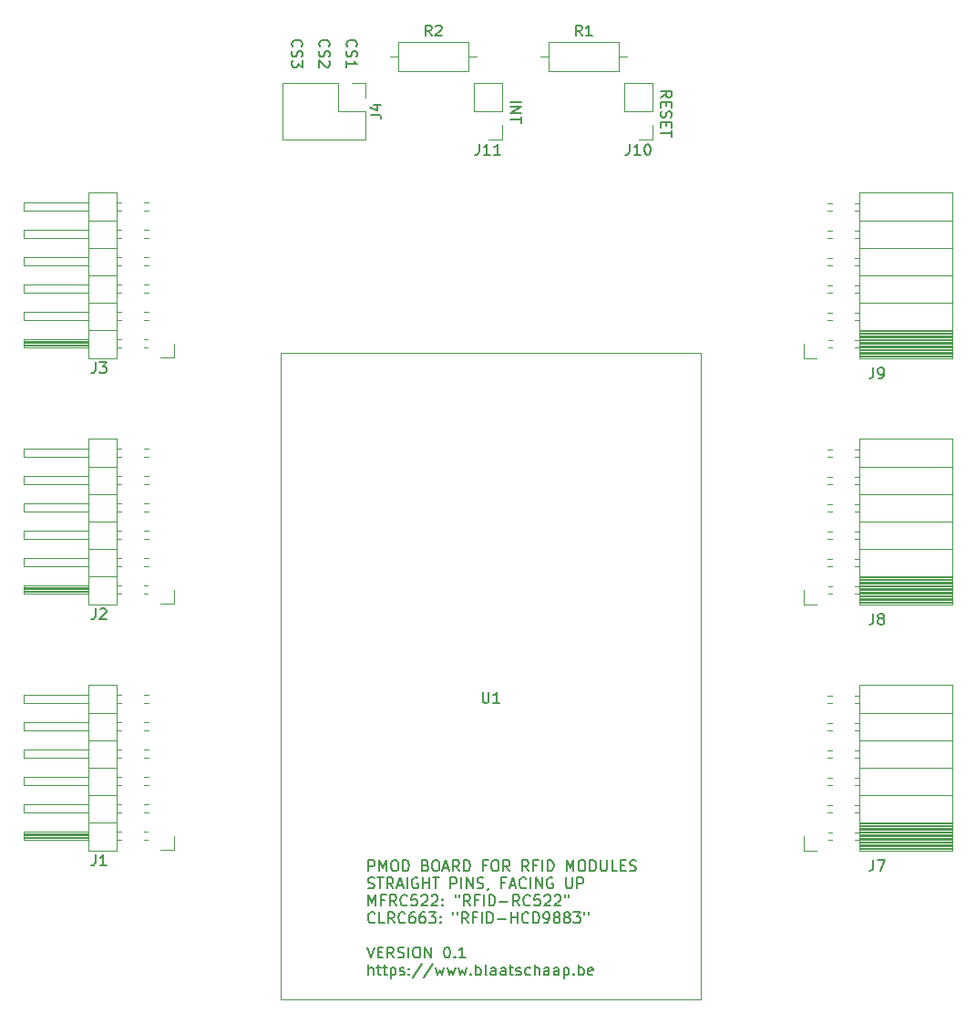
<source format=gbr>
%TF.GenerationSoftware,KiCad,Pcbnew,(6.0.1)*%
%TF.CreationDate,2022-02-02T16:31:26+01:00*%
%TF.ProjectId,modules_board,6d6f6475-6c65-4735-9f62-6f6172642e6b,rev?*%
%TF.SameCoordinates,Original*%
%TF.FileFunction,Legend,Top*%
%TF.FilePolarity,Positive*%
%FSLAX46Y46*%
G04 Gerber Fmt 4.6, Leading zero omitted, Abs format (unit mm)*
G04 Created by KiCad (PCBNEW (6.0.1)) date 2022-02-02 16:31:26*
%MOMM*%
%LPD*%
G01*
G04 APERTURE LIST*
%ADD10C,0.150000*%
%ADD11C,0.120000*%
G04 APERTURE END LIST*
D10*
X80922857Y-46067261D02*
X80875238Y-46019642D01*
X80827619Y-45876785D01*
X80827619Y-45781547D01*
X80875238Y-45638690D01*
X80970476Y-45543452D01*
X81065714Y-45495833D01*
X81256190Y-45448214D01*
X81399047Y-45448214D01*
X81589523Y-45495833D01*
X81684761Y-45543452D01*
X81780000Y-45638690D01*
X81827619Y-45781547D01*
X81827619Y-45876785D01*
X81780000Y-46019642D01*
X81732380Y-46067261D01*
X80875238Y-46448214D02*
X80827619Y-46591071D01*
X80827619Y-46829166D01*
X80875238Y-46924404D01*
X80922857Y-46972023D01*
X81018095Y-47019642D01*
X81113333Y-47019642D01*
X81208571Y-46972023D01*
X81256190Y-46924404D01*
X81303809Y-46829166D01*
X81351428Y-46638690D01*
X81399047Y-46543452D01*
X81446666Y-46495833D01*
X81541904Y-46448214D01*
X81637142Y-46448214D01*
X81732380Y-46495833D01*
X81780000Y-46543452D01*
X81827619Y-46638690D01*
X81827619Y-46876785D01*
X81780000Y-47019642D01*
X80827619Y-47972023D02*
X80827619Y-47400595D01*
X80827619Y-47686309D02*
X81827619Y-47686309D01*
X81684761Y-47591071D01*
X81589523Y-47495833D01*
X81541904Y-47400595D01*
X78382857Y-46067261D02*
X78335238Y-46019642D01*
X78287619Y-45876785D01*
X78287619Y-45781547D01*
X78335238Y-45638690D01*
X78430476Y-45543452D01*
X78525714Y-45495833D01*
X78716190Y-45448214D01*
X78859047Y-45448214D01*
X79049523Y-45495833D01*
X79144761Y-45543452D01*
X79240000Y-45638690D01*
X79287619Y-45781547D01*
X79287619Y-45876785D01*
X79240000Y-46019642D01*
X79192380Y-46067261D01*
X78335238Y-46448214D02*
X78287619Y-46591071D01*
X78287619Y-46829166D01*
X78335238Y-46924404D01*
X78382857Y-46972023D01*
X78478095Y-47019642D01*
X78573333Y-47019642D01*
X78668571Y-46972023D01*
X78716190Y-46924404D01*
X78763809Y-46829166D01*
X78811428Y-46638690D01*
X78859047Y-46543452D01*
X78906666Y-46495833D01*
X79001904Y-46448214D01*
X79097142Y-46448214D01*
X79192380Y-46495833D01*
X79240000Y-46543452D01*
X79287619Y-46638690D01*
X79287619Y-46876785D01*
X79240000Y-47019642D01*
X79192380Y-47400595D02*
X79240000Y-47448214D01*
X79287619Y-47543452D01*
X79287619Y-47781547D01*
X79240000Y-47876785D01*
X79192380Y-47924404D01*
X79097142Y-47972023D01*
X79001904Y-47972023D01*
X78859047Y-47924404D01*
X78287619Y-47352976D01*
X78287619Y-47972023D01*
X82885595Y-122622380D02*
X82885595Y-121622380D01*
X83266547Y-121622380D01*
X83361785Y-121670000D01*
X83409404Y-121717619D01*
X83457023Y-121812857D01*
X83457023Y-121955714D01*
X83409404Y-122050952D01*
X83361785Y-122098571D01*
X83266547Y-122146190D01*
X82885595Y-122146190D01*
X83885595Y-122622380D02*
X83885595Y-121622380D01*
X84218928Y-122336666D01*
X84552261Y-121622380D01*
X84552261Y-122622380D01*
X85218928Y-121622380D02*
X85409404Y-121622380D01*
X85504642Y-121670000D01*
X85599880Y-121765238D01*
X85647500Y-121955714D01*
X85647500Y-122289047D01*
X85599880Y-122479523D01*
X85504642Y-122574761D01*
X85409404Y-122622380D01*
X85218928Y-122622380D01*
X85123690Y-122574761D01*
X85028452Y-122479523D01*
X84980833Y-122289047D01*
X84980833Y-121955714D01*
X85028452Y-121765238D01*
X85123690Y-121670000D01*
X85218928Y-121622380D01*
X86076071Y-122622380D02*
X86076071Y-121622380D01*
X86314166Y-121622380D01*
X86457023Y-121670000D01*
X86552261Y-121765238D01*
X86599880Y-121860476D01*
X86647500Y-122050952D01*
X86647500Y-122193809D01*
X86599880Y-122384285D01*
X86552261Y-122479523D01*
X86457023Y-122574761D01*
X86314166Y-122622380D01*
X86076071Y-122622380D01*
X88171309Y-122098571D02*
X88314166Y-122146190D01*
X88361785Y-122193809D01*
X88409404Y-122289047D01*
X88409404Y-122431904D01*
X88361785Y-122527142D01*
X88314166Y-122574761D01*
X88218928Y-122622380D01*
X87837976Y-122622380D01*
X87837976Y-121622380D01*
X88171309Y-121622380D01*
X88266547Y-121670000D01*
X88314166Y-121717619D01*
X88361785Y-121812857D01*
X88361785Y-121908095D01*
X88314166Y-122003333D01*
X88266547Y-122050952D01*
X88171309Y-122098571D01*
X87837976Y-122098571D01*
X89028452Y-121622380D02*
X89218928Y-121622380D01*
X89314166Y-121670000D01*
X89409404Y-121765238D01*
X89457023Y-121955714D01*
X89457023Y-122289047D01*
X89409404Y-122479523D01*
X89314166Y-122574761D01*
X89218928Y-122622380D01*
X89028452Y-122622380D01*
X88933214Y-122574761D01*
X88837976Y-122479523D01*
X88790357Y-122289047D01*
X88790357Y-121955714D01*
X88837976Y-121765238D01*
X88933214Y-121670000D01*
X89028452Y-121622380D01*
X89837976Y-122336666D02*
X90314166Y-122336666D01*
X89742738Y-122622380D02*
X90076071Y-121622380D01*
X90409404Y-122622380D01*
X91314166Y-122622380D02*
X90980833Y-122146190D01*
X90742738Y-122622380D02*
X90742738Y-121622380D01*
X91123690Y-121622380D01*
X91218928Y-121670000D01*
X91266547Y-121717619D01*
X91314166Y-121812857D01*
X91314166Y-121955714D01*
X91266547Y-122050952D01*
X91218928Y-122098571D01*
X91123690Y-122146190D01*
X90742738Y-122146190D01*
X91742738Y-122622380D02*
X91742738Y-121622380D01*
X91980833Y-121622380D01*
X92123690Y-121670000D01*
X92218928Y-121765238D01*
X92266547Y-121860476D01*
X92314166Y-122050952D01*
X92314166Y-122193809D01*
X92266547Y-122384285D01*
X92218928Y-122479523D01*
X92123690Y-122574761D01*
X91980833Y-122622380D01*
X91742738Y-122622380D01*
X93837976Y-122098571D02*
X93504642Y-122098571D01*
X93504642Y-122622380D02*
X93504642Y-121622380D01*
X93980833Y-121622380D01*
X94552261Y-121622380D02*
X94742738Y-121622380D01*
X94837976Y-121670000D01*
X94933214Y-121765238D01*
X94980833Y-121955714D01*
X94980833Y-122289047D01*
X94933214Y-122479523D01*
X94837976Y-122574761D01*
X94742738Y-122622380D01*
X94552261Y-122622380D01*
X94457023Y-122574761D01*
X94361785Y-122479523D01*
X94314166Y-122289047D01*
X94314166Y-121955714D01*
X94361785Y-121765238D01*
X94457023Y-121670000D01*
X94552261Y-121622380D01*
X95980833Y-122622380D02*
X95647500Y-122146190D01*
X95409404Y-122622380D02*
X95409404Y-121622380D01*
X95790357Y-121622380D01*
X95885595Y-121670000D01*
X95933214Y-121717619D01*
X95980833Y-121812857D01*
X95980833Y-121955714D01*
X95933214Y-122050952D01*
X95885595Y-122098571D01*
X95790357Y-122146190D01*
X95409404Y-122146190D01*
X97742738Y-122622380D02*
X97409404Y-122146190D01*
X97171309Y-122622380D02*
X97171309Y-121622380D01*
X97552261Y-121622380D01*
X97647500Y-121670000D01*
X97695119Y-121717619D01*
X97742738Y-121812857D01*
X97742738Y-121955714D01*
X97695119Y-122050952D01*
X97647500Y-122098571D01*
X97552261Y-122146190D01*
X97171309Y-122146190D01*
X98504642Y-122098571D02*
X98171309Y-122098571D01*
X98171309Y-122622380D02*
X98171309Y-121622380D01*
X98647500Y-121622380D01*
X99028452Y-122622380D02*
X99028452Y-121622380D01*
X99504642Y-122622380D02*
X99504642Y-121622380D01*
X99742738Y-121622380D01*
X99885595Y-121670000D01*
X99980833Y-121765238D01*
X100028452Y-121860476D01*
X100076071Y-122050952D01*
X100076071Y-122193809D01*
X100028452Y-122384285D01*
X99980833Y-122479523D01*
X99885595Y-122574761D01*
X99742738Y-122622380D01*
X99504642Y-122622380D01*
X101266547Y-122622380D02*
X101266547Y-121622380D01*
X101599880Y-122336666D01*
X101933214Y-121622380D01*
X101933214Y-122622380D01*
X102599880Y-121622380D02*
X102790357Y-121622380D01*
X102885595Y-121670000D01*
X102980833Y-121765238D01*
X103028452Y-121955714D01*
X103028452Y-122289047D01*
X102980833Y-122479523D01*
X102885595Y-122574761D01*
X102790357Y-122622380D01*
X102599880Y-122622380D01*
X102504642Y-122574761D01*
X102409404Y-122479523D01*
X102361785Y-122289047D01*
X102361785Y-121955714D01*
X102409404Y-121765238D01*
X102504642Y-121670000D01*
X102599880Y-121622380D01*
X103457023Y-122622380D02*
X103457023Y-121622380D01*
X103695119Y-121622380D01*
X103837976Y-121670000D01*
X103933214Y-121765238D01*
X103980833Y-121860476D01*
X104028452Y-122050952D01*
X104028452Y-122193809D01*
X103980833Y-122384285D01*
X103933214Y-122479523D01*
X103837976Y-122574761D01*
X103695119Y-122622380D01*
X103457023Y-122622380D01*
X104457023Y-121622380D02*
X104457023Y-122431904D01*
X104504642Y-122527142D01*
X104552261Y-122574761D01*
X104647500Y-122622380D01*
X104837976Y-122622380D01*
X104933214Y-122574761D01*
X104980833Y-122527142D01*
X105028452Y-122431904D01*
X105028452Y-121622380D01*
X105980833Y-122622380D02*
X105504642Y-122622380D01*
X105504642Y-121622380D01*
X106314166Y-122098571D02*
X106647500Y-122098571D01*
X106790357Y-122622380D02*
X106314166Y-122622380D01*
X106314166Y-121622380D01*
X106790357Y-121622380D01*
X107171309Y-122574761D02*
X107314166Y-122622380D01*
X107552261Y-122622380D01*
X107647500Y-122574761D01*
X107695119Y-122527142D01*
X107742738Y-122431904D01*
X107742738Y-122336666D01*
X107695119Y-122241428D01*
X107647500Y-122193809D01*
X107552261Y-122146190D01*
X107361785Y-122098571D01*
X107266547Y-122050952D01*
X107218928Y-122003333D01*
X107171309Y-121908095D01*
X107171309Y-121812857D01*
X107218928Y-121717619D01*
X107266547Y-121670000D01*
X107361785Y-121622380D01*
X107599880Y-121622380D01*
X107742738Y-121670000D01*
X82837976Y-124184761D02*
X82980833Y-124232380D01*
X83218928Y-124232380D01*
X83314166Y-124184761D01*
X83361785Y-124137142D01*
X83409404Y-124041904D01*
X83409404Y-123946666D01*
X83361785Y-123851428D01*
X83314166Y-123803809D01*
X83218928Y-123756190D01*
X83028452Y-123708571D01*
X82933214Y-123660952D01*
X82885595Y-123613333D01*
X82837976Y-123518095D01*
X82837976Y-123422857D01*
X82885595Y-123327619D01*
X82933214Y-123280000D01*
X83028452Y-123232380D01*
X83266547Y-123232380D01*
X83409404Y-123280000D01*
X83695119Y-123232380D02*
X84266547Y-123232380D01*
X83980833Y-124232380D02*
X83980833Y-123232380D01*
X85171309Y-124232380D02*
X84837976Y-123756190D01*
X84599880Y-124232380D02*
X84599880Y-123232380D01*
X84980833Y-123232380D01*
X85076071Y-123280000D01*
X85123690Y-123327619D01*
X85171309Y-123422857D01*
X85171309Y-123565714D01*
X85123690Y-123660952D01*
X85076071Y-123708571D01*
X84980833Y-123756190D01*
X84599880Y-123756190D01*
X85552261Y-123946666D02*
X86028452Y-123946666D01*
X85457023Y-124232380D02*
X85790357Y-123232380D01*
X86123690Y-124232380D01*
X86457023Y-124232380D02*
X86457023Y-123232380D01*
X87457023Y-123280000D02*
X87361785Y-123232380D01*
X87218928Y-123232380D01*
X87076071Y-123280000D01*
X86980833Y-123375238D01*
X86933214Y-123470476D01*
X86885595Y-123660952D01*
X86885595Y-123803809D01*
X86933214Y-123994285D01*
X86980833Y-124089523D01*
X87076071Y-124184761D01*
X87218928Y-124232380D01*
X87314166Y-124232380D01*
X87457023Y-124184761D01*
X87504642Y-124137142D01*
X87504642Y-123803809D01*
X87314166Y-123803809D01*
X87933214Y-124232380D02*
X87933214Y-123232380D01*
X87933214Y-123708571D02*
X88504642Y-123708571D01*
X88504642Y-124232380D02*
X88504642Y-123232380D01*
X88837976Y-123232380D02*
X89409404Y-123232380D01*
X89123690Y-124232380D02*
X89123690Y-123232380D01*
X90504642Y-124232380D02*
X90504642Y-123232380D01*
X90885595Y-123232380D01*
X90980833Y-123280000D01*
X91028452Y-123327619D01*
X91076071Y-123422857D01*
X91076071Y-123565714D01*
X91028452Y-123660952D01*
X90980833Y-123708571D01*
X90885595Y-123756190D01*
X90504642Y-123756190D01*
X91504642Y-124232380D02*
X91504642Y-123232380D01*
X91980833Y-124232380D02*
X91980833Y-123232380D01*
X92552261Y-124232380D01*
X92552261Y-123232380D01*
X92980833Y-124184761D02*
X93123690Y-124232380D01*
X93361785Y-124232380D01*
X93457023Y-124184761D01*
X93504642Y-124137142D01*
X93552261Y-124041904D01*
X93552261Y-123946666D01*
X93504642Y-123851428D01*
X93457023Y-123803809D01*
X93361785Y-123756190D01*
X93171309Y-123708571D01*
X93076071Y-123660952D01*
X93028452Y-123613333D01*
X92980833Y-123518095D01*
X92980833Y-123422857D01*
X93028452Y-123327619D01*
X93076071Y-123280000D01*
X93171309Y-123232380D01*
X93409404Y-123232380D01*
X93552261Y-123280000D01*
X94028452Y-124184761D02*
X94028452Y-124232380D01*
X93980833Y-124327619D01*
X93933214Y-124375238D01*
X95552261Y-123708571D02*
X95218928Y-123708571D01*
X95218928Y-124232380D02*
X95218928Y-123232380D01*
X95695119Y-123232380D01*
X96028452Y-123946666D02*
X96504642Y-123946666D01*
X95933214Y-124232380D02*
X96266547Y-123232380D01*
X96599880Y-124232380D01*
X97504642Y-124137142D02*
X97457023Y-124184761D01*
X97314166Y-124232380D01*
X97218928Y-124232380D01*
X97076071Y-124184761D01*
X96980833Y-124089523D01*
X96933214Y-123994285D01*
X96885595Y-123803809D01*
X96885595Y-123660952D01*
X96933214Y-123470476D01*
X96980833Y-123375238D01*
X97076071Y-123280000D01*
X97218928Y-123232380D01*
X97314166Y-123232380D01*
X97457023Y-123280000D01*
X97504642Y-123327619D01*
X97933214Y-124232380D02*
X97933214Y-123232380D01*
X98409404Y-124232380D02*
X98409404Y-123232380D01*
X98980833Y-124232380D01*
X98980833Y-123232380D01*
X99980833Y-123280000D02*
X99885595Y-123232380D01*
X99742738Y-123232380D01*
X99599880Y-123280000D01*
X99504642Y-123375238D01*
X99457023Y-123470476D01*
X99409404Y-123660952D01*
X99409404Y-123803809D01*
X99457023Y-123994285D01*
X99504642Y-124089523D01*
X99599880Y-124184761D01*
X99742738Y-124232380D01*
X99837976Y-124232380D01*
X99980833Y-124184761D01*
X100028452Y-124137142D01*
X100028452Y-123803809D01*
X99837976Y-123803809D01*
X101218928Y-123232380D02*
X101218928Y-124041904D01*
X101266547Y-124137142D01*
X101314166Y-124184761D01*
X101409404Y-124232380D01*
X101599880Y-124232380D01*
X101695119Y-124184761D01*
X101742738Y-124137142D01*
X101790357Y-124041904D01*
X101790357Y-123232380D01*
X102266547Y-124232380D02*
X102266547Y-123232380D01*
X102647500Y-123232380D01*
X102742738Y-123280000D01*
X102790357Y-123327619D01*
X102837976Y-123422857D01*
X102837976Y-123565714D01*
X102790357Y-123660952D01*
X102742738Y-123708571D01*
X102647500Y-123756190D01*
X102266547Y-123756190D01*
X82885595Y-125842380D02*
X82885595Y-124842380D01*
X83218928Y-125556666D01*
X83552261Y-124842380D01*
X83552261Y-125842380D01*
X84361785Y-125318571D02*
X84028452Y-125318571D01*
X84028452Y-125842380D02*
X84028452Y-124842380D01*
X84504642Y-124842380D01*
X85457023Y-125842380D02*
X85123690Y-125366190D01*
X84885595Y-125842380D02*
X84885595Y-124842380D01*
X85266547Y-124842380D01*
X85361785Y-124890000D01*
X85409404Y-124937619D01*
X85457023Y-125032857D01*
X85457023Y-125175714D01*
X85409404Y-125270952D01*
X85361785Y-125318571D01*
X85266547Y-125366190D01*
X84885595Y-125366190D01*
X86457023Y-125747142D02*
X86409404Y-125794761D01*
X86266547Y-125842380D01*
X86171309Y-125842380D01*
X86028452Y-125794761D01*
X85933214Y-125699523D01*
X85885595Y-125604285D01*
X85837976Y-125413809D01*
X85837976Y-125270952D01*
X85885595Y-125080476D01*
X85933214Y-124985238D01*
X86028452Y-124890000D01*
X86171309Y-124842380D01*
X86266547Y-124842380D01*
X86409404Y-124890000D01*
X86457023Y-124937619D01*
X87361785Y-124842380D02*
X86885595Y-124842380D01*
X86837976Y-125318571D01*
X86885595Y-125270952D01*
X86980833Y-125223333D01*
X87218928Y-125223333D01*
X87314166Y-125270952D01*
X87361785Y-125318571D01*
X87409404Y-125413809D01*
X87409404Y-125651904D01*
X87361785Y-125747142D01*
X87314166Y-125794761D01*
X87218928Y-125842380D01*
X86980833Y-125842380D01*
X86885595Y-125794761D01*
X86837976Y-125747142D01*
X87790357Y-124937619D02*
X87837976Y-124890000D01*
X87933214Y-124842380D01*
X88171309Y-124842380D01*
X88266547Y-124890000D01*
X88314166Y-124937619D01*
X88361785Y-125032857D01*
X88361785Y-125128095D01*
X88314166Y-125270952D01*
X87742738Y-125842380D01*
X88361785Y-125842380D01*
X88742738Y-124937619D02*
X88790357Y-124890000D01*
X88885595Y-124842380D01*
X89123690Y-124842380D01*
X89218928Y-124890000D01*
X89266547Y-124937619D01*
X89314166Y-125032857D01*
X89314166Y-125128095D01*
X89266547Y-125270952D01*
X88695119Y-125842380D01*
X89314166Y-125842380D01*
X89742738Y-125747142D02*
X89790357Y-125794761D01*
X89742738Y-125842380D01*
X89695119Y-125794761D01*
X89742738Y-125747142D01*
X89742738Y-125842380D01*
X89742738Y-125223333D02*
X89790357Y-125270952D01*
X89742738Y-125318571D01*
X89695119Y-125270952D01*
X89742738Y-125223333D01*
X89742738Y-125318571D01*
X90933214Y-124842380D02*
X90933214Y-125032857D01*
X91314166Y-124842380D02*
X91314166Y-125032857D01*
X92314166Y-125842380D02*
X91980833Y-125366190D01*
X91742738Y-125842380D02*
X91742738Y-124842380D01*
X92123690Y-124842380D01*
X92218928Y-124890000D01*
X92266547Y-124937619D01*
X92314166Y-125032857D01*
X92314166Y-125175714D01*
X92266547Y-125270952D01*
X92218928Y-125318571D01*
X92123690Y-125366190D01*
X91742738Y-125366190D01*
X93076071Y-125318571D02*
X92742738Y-125318571D01*
X92742738Y-125842380D02*
X92742738Y-124842380D01*
X93218928Y-124842380D01*
X93599880Y-125842380D02*
X93599880Y-124842380D01*
X94076071Y-125842380D02*
X94076071Y-124842380D01*
X94314166Y-124842380D01*
X94457023Y-124890000D01*
X94552261Y-124985238D01*
X94599880Y-125080476D01*
X94647500Y-125270952D01*
X94647500Y-125413809D01*
X94599880Y-125604285D01*
X94552261Y-125699523D01*
X94457023Y-125794761D01*
X94314166Y-125842380D01*
X94076071Y-125842380D01*
X95076071Y-125461428D02*
X95837976Y-125461428D01*
X96885595Y-125842380D02*
X96552261Y-125366190D01*
X96314166Y-125842380D02*
X96314166Y-124842380D01*
X96695119Y-124842380D01*
X96790357Y-124890000D01*
X96837976Y-124937619D01*
X96885595Y-125032857D01*
X96885595Y-125175714D01*
X96837976Y-125270952D01*
X96790357Y-125318571D01*
X96695119Y-125366190D01*
X96314166Y-125366190D01*
X97885595Y-125747142D02*
X97837976Y-125794761D01*
X97695119Y-125842380D01*
X97599880Y-125842380D01*
X97457023Y-125794761D01*
X97361785Y-125699523D01*
X97314166Y-125604285D01*
X97266547Y-125413809D01*
X97266547Y-125270952D01*
X97314166Y-125080476D01*
X97361785Y-124985238D01*
X97457023Y-124890000D01*
X97599880Y-124842380D01*
X97695119Y-124842380D01*
X97837976Y-124890000D01*
X97885595Y-124937619D01*
X98790357Y-124842380D02*
X98314166Y-124842380D01*
X98266547Y-125318571D01*
X98314166Y-125270952D01*
X98409404Y-125223333D01*
X98647500Y-125223333D01*
X98742738Y-125270952D01*
X98790357Y-125318571D01*
X98837976Y-125413809D01*
X98837976Y-125651904D01*
X98790357Y-125747142D01*
X98742738Y-125794761D01*
X98647500Y-125842380D01*
X98409404Y-125842380D01*
X98314166Y-125794761D01*
X98266547Y-125747142D01*
X99218928Y-124937619D02*
X99266547Y-124890000D01*
X99361785Y-124842380D01*
X99599880Y-124842380D01*
X99695119Y-124890000D01*
X99742738Y-124937619D01*
X99790357Y-125032857D01*
X99790357Y-125128095D01*
X99742738Y-125270952D01*
X99171309Y-125842380D01*
X99790357Y-125842380D01*
X100171309Y-124937619D02*
X100218928Y-124890000D01*
X100314166Y-124842380D01*
X100552261Y-124842380D01*
X100647500Y-124890000D01*
X100695119Y-124937619D01*
X100742738Y-125032857D01*
X100742738Y-125128095D01*
X100695119Y-125270952D01*
X100123690Y-125842380D01*
X100742738Y-125842380D01*
X101123690Y-124842380D02*
X101123690Y-125032857D01*
X101504642Y-124842380D02*
X101504642Y-125032857D01*
X83457023Y-127357142D02*
X83409404Y-127404761D01*
X83266547Y-127452380D01*
X83171309Y-127452380D01*
X83028452Y-127404761D01*
X82933214Y-127309523D01*
X82885595Y-127214285D01*
X82837976Y-127023809D01*
X82837976Y-126880952D01*
X82885595Y-126690476D01*
X82933214Y-126595238D01*
X83028452Y-126500000D01*
X83171309Y-126452380D01*
X83266547Y-126452380D01*
X83409404Y-126500000D01*
X83457023Y-126547619D01*
X84361785Y-127452380D02*
X83885595Y-127452380D01*
X83885595Y-126452380D01*
X85266547Y-127452380D02*
X84933214Y-126976190D01*
X84695119Y-127452380D02*
X84695119Y-126452380D01*
X85076071Y-126452380D01*
X85171309Y-126500000D01*
X85218928Y-126547619D01*
X85266547Y-126642857D01*
X85266547Y-126785714D01*
X85218928Y-126880952D01*
X85171309Y-126928571D01*
X85076071Y-126976190D01*
X84695119Y-126976190D01*
X86266547Y-127357142D02*
X86218928Y-127404761D01*
X86076071Y-127452380D01*
X85980833Y-127452380D01*
X85837976Y-127404761D01*
X85742738Y-127309523D01*
X85695119Y-127214285D01*
X85647500Y-127023809D01*
X85647500Y-126880952D01*
X85695119Y-126690476D01*
X85742738Y-126595238D01*
X85837976Y-126500000D01*
X85980833Y-126452380D01*
X86076071Y-126452380D01*
X86218928Y-126500000D01*
X86266547Y-126547619D01*
X87123690Y-126452380D02*
X86933214Y-126452380D01*
X86837976Y-126500000D01*
X86790357Y-126547619D01*
X86695119Y-126690476D01*
X86647500Y-126880952D01*
X86647500Y-127261904D01*
X86695119Y-127357142D01*
X86742738Y-127404761D01*
X86837976Y-127452380D01*
X87028452Y-127452380D01*
X87123690Y-127404761D01*
X87171309Y-127357142D01*
X87218928Y-127261904D01*
X87218928Y-127023809D01*
X87171309Y-126928571D01*
X87123690Y-126880952D01*
X87028452Y-126833333D01*
X86837976Y-126833333D01*
X86742738Y-126880952D01*
X86695119Y-126928571D01*
X86647500Y-127023809D01*
X88076071Y-126452380D02*
X87885595Y-126452380D01*
X87790357Y-126500000D01*
X87742738Y-126547619D01*
X87647500Y-126690476D01*
X87599880Y-126880952D01*
X87599880Y-127261904D01*
X87647500Y-127357142D01*
X87695119Y-127404761D01*
X87790357Y-127452380D01*
X87980833Y-127452380D01*
X88076071Y-127404761D01*
X88123690Y-127357142D01*
X88171309Y-127261904D01*
X88171309Y-127023809D01*
X88123690Y-126928571D01*
X88076071Y-126880952D01*
X87980833Y-126833333D01*
X87790357Y-126833333D01*
X87695119Y-126880952D01*
X87647500Y-126928571D01*
X87599880Y-127023809D01*
X88504642Y-126452380D02*
X89123690Y-126452380D01*
X88790357Y-126833333D01*
X88933214Y-126833333D01*
X89028452Y-126880952D01*
X89076071Y-126928571D01*
X89123690Y-127023809D01*
X89123690Y-127261904D01*
X89076071Y-127357142D01*
X89028452Y-127404761D01*
X88933214Y-127452380D01*
X88647500Y-127452380D01*
X88552261Y-127404761D01*
X88504642Y-127357142D01*
X89552261Y-127357142D02*
X89599880Y-127404761D01*
X89552261Y-127452380D01*
X89504642Y-127404761D01*
X89552261Y-127357142D01*
X89552261Y-127452380D01*
X89552261Y-126833333D02*
X89599880Y-126880952D01*
X89552261Y-126928571D01*
X89504642Y-126880952D01*
X89552261Y-126833333D01*
X89552261Y-126928571D01*
X90742738Y-126452380D02*
X90742738Y-126642857D01*
X91123690Y-126452380D02*
X91123690Y-126642857D01*
X92123690Y-127452380D02*
X91790357Y-126976190D01*
X91552261Y-127452380D02*
X91552261Y-126452380D01*
X91933214Y-126452380D01*
X92028452Y-126500000D01*
X92076071Y-126547619D01*
X92123690Y-126642857D01*
X92123690Y-126785714D01*
X92076071Y-126880952D01*
X92028452Y-126928571D01*
X91933214Y-126976190D01*
X91552261Y-126976190D01*
X92885595Y-126928571D02*
X92552261Y-126928571D01*
X92552261Y-127452380D02*
X92552261Y-126452380D01*
X93028452Y-126452380D01*
X93409404Y-127452380D02*
X93409404Y-126452380D01*
X93885595Y-127452380D02*
X93885595Y-126452380D01*
X94123690Y-126452380D01*
X94266547Y-126500000D01*
X94361785Y-126595238D01*
X94409404Y-126690476D01*
X94457023Y-126880952D01*
X94457023Y-127023809D01*
X94409404Y-127214285D01*
X94361785Y-127309523D01*
X94266547Y-127404761D01*
X94123690Y-127452380D01*
X93885595Y-127452380D01*
X94885595Y-127071428D02*
X95647500Y-127071428D01*
X96123690Y-127452380D02*
X96123690Y-126452380D01*
X96123690Y-126928571D02*
X96695119Y-126928571D01*
X96695119Y-127452380D02*
X96695119Y-126452380D01*
X97742738Y-127357142D02*
X97695119Y-127404761D01*
X97552261Y-127452380D01*
X97457023Y-127452380D01*
X97314166Y-127404761D01*
X97218928Y-127309523D01*
X97171309Y-127214285D01*
X97123690Y-127023809D01*
X97123690Y-126880952D01*
X97171309Y-126690476D01*
X97218928Y-126595238D01*
X97314166Y-126500000D01*
X97457023Y-126452380D01*
X97552261Y-126452380D01*
X97695119Y-126500000D01*
X97742738Y-126547619D01*
X98171309Y-127452380D02*
X98171309Y-126452380D01*
X98409404Y-126452380D01*
X98552261Y-126500000D01*
X98647500Y-126595238D01*
X98695119Y-126690476D01*
X98742738Y-126880952D01*
X98742738Y-127023809D01*
X98695119Y-127214285D01*
X98647500Y-127309523D01*
X98552261Y-127404761D01*
X98409404Y-127452380D01*
X98171309Y-127452380D01*
X99218928Y-127452380D02*
X99409404Y-127452380D01*
X99504642Y-127404761D01*
X99552261Y-127357142D01*
X99647500Y-127214285D01*
X99695119Y-127023809D01*
X99695119Y-126642857D01*
X99647500Y-126547619D01*
X99599880Y-126500000D01*
X99504642Y-126452380D01*
X99314166Y-126452380D01*
X99218928Y-126500000D01*
X99171309Y-126547619D01*
X99123690Y-126642857D01*
X99123690Y-126880952D01*
X99171309Y-126976190D01*
X99218928Y-127023809D01*
X99314166Y-127071428D01*
X99504642Y-127071428D01*
X99599880Y-127023809D01*
X99647500Y-126976190D01*
X99695119Y-126880952D01*
X100266547Y-126880952D02*
X100171309Y-126833333D01*
X100123690Y-126785714D01*
X100076071Y-126690476D01*
X100076071Y-126642857D01*
X100123690Y-126547619D01*
X100171309Y-126500000D01*
X100266547Y-126452380D01*
X100457023Y-126452380D01*
X100552261Y-126500000D01*
X100599880Y-126547619D01*
X100647500Y-126642857D01*
X100647500Y-126690476D01*
X100599880Y-126785714D01*
X100552261Y-126833333D01*
X100457023Y-126880952D01*
X100266547Y-126880952D01*
X100171309Y-126928571D01*
X100123690Y-126976190D01*
X100076071Y-127071428D01*
X100076071Y-127261904D01*
X100123690Y-127357142D01*
X100171309Y-127404761D01*
X100266547Y-127452380D01*
X100457023Y-127452380D01*
X100552261Y-127404761D01*
X100599880Y-127357142D01*
X100647500Y-127261904D01*
X100647500Y-127071428D01*
X100599880Y-126976190D01*
X100552261Y-126928571D01*
X100457023Y-126880952D01*
X101218928Y-126880952D02*
X101123690Y-126833333D01*
X101076071Y-126785714D01*
X101028452Y-126690476D01*
X101028452Y-126642857D01*
X101076071Y-126547619D01*
X101123690Y-126500000D01*
X101218928Y-126452380D01*
X101409404Y-126452380D01*
X101504642Y-126500000D01*
X101552261Y-126547619D01*
X101599880Y-126642857D01*
X101599880Y-126690476D01*
X101552261Y-126785714D01*
X101504642Y-126833333D01*
X101409404Y-126880952D01*
X101218928Y-126880952D01*
X101123690Y-126928571D01*
X101076071Y-126976190D01*
X101028452Y-127071428D01*
X101028452Y-127261904D01*
X101076071Y-127357142D01*
X101123690Y-127404761D01*
X101218928Y-127452380D01*
X101409404Y-127452380D01*
X101504642Y-127404761D01*
X101552261Y-127357142D01*
X101599880Y-127261904D01*
X101599880Y-127071428D01*
X101552261Y-126976190D01*
X101504642Y-126928571D01*
X101409404Y-126880952D01*
X101933214Y-126452380D02*
X102552261Y-126452380D01*
X102218928Y-126833333D01*
X102361785Y-126833333D01*
X102457023Y-126880952D01*
X102504642Y-126928571D01*
X102552261Y-127023809D01*
X102552261Y-127261904D01*
X102504642Y-127357142D01*
X102457023Y-127404761D01*
X102361785Y-127452380D01*
X102076071Y-127452380D01*
X101980833Y-127404761D01*
X101933214Y-127357142D01*
X102933214Y-126452380D02*
X102933214Y-126642857D01*
X103314166Y-126452380D02*
X103314166Y-126642857D01*
X82742738Y-129672380D02*
X83076071Y-130672380D01*
X83409404Y-129672380D01*
X83742738Y-130148571D02*
X84076071Y-130148571D01*
X84218928Y-130672380D02*
X83742738Y-130672380D01*
X83742738Y-129672380D01*
X84218928Y-129672380D01*
X85218928Y-130672380D02*
X84885595Y-130196190D01*
X84647500Y-130672380D02*
X84647500Y-129672380D01*
X85028452Y-129672380D01*
X85123690Y-129720000D01*
X85171309Y-129767619D01*
X85218928Y-129862857D01*
X85218928Y-130005714D01*
X85171309Y-130100952D01*
X85123690Y-130148571D01*
X85028452Y-130196190D01*
X84647500Y-130196190D01*
X85599880Y-130624761D02*
X85742738Y-130672380D01*
X85980833Y-130672380D01*
X86076071Y-130624761D01*
X86123690Y-130577142D01*
X86171309Y-130481904D01*
X86171309Y-130386666D01*
X86123690Y-130291428D01*
X86076071Y-130243809D01*
X85980833Y-130196190D01*
X85790357Y-130148571D01*
X85695119Y-130100952D01*
X85647500Y-130053333D01*
X85599880Y-129958095D01*
X85599880Y-129862857D01*
X85647500Y-129767619D01*
X85695119Y-129720000D01*
X85790357Y-129672380D01*
X86028452Y-129672380D01*
X86171309Y-129720000D01*
X86599880Y-130672380D02*
X86599880Y-129672380D01*
X87266547Y-129672380D02*
X87457023Y-129672380D01*
X87552261Y-129720000D01*
X87647500Y-129815238D01*
X87695119Y-130005714D01*
X87695119Y-130339047D01*
X87647500Y-130529523D01*
X87552261Y-130624761D01*
X87457023Y-130672380D01*
X87266547Y-130672380D01*
X87171309Y-130624761D01*
X87076071Y-130529523D01*
X87028452Y-130339047D01*
X87028452Y-130005714D01*
X87076071Y-129815238D01*
X87171309Y-129720000D01*
X87266547Y-129672380D01*
X88123690Y-130672380D02*
X88123690Y-129672380D01*
X88695119Y-130672380D01*
X88695119Y-129672380D01*
X90123690Y-129672380D02*
X90218928Y-129672380D01*
X90314166Y-129720000D01*
X90361785Y-129767619D01*
X90409404Y-129862857D01*
X90457023Y-130053333D01*
X90457023Y-130291428D01*
X90409404Y-130481904D01*
X90361785Y-130577142D01*
X90314166Y-130624761D01*
X90218928Y-130672380D01*
X90123690Y-130672380D01*
X90028452Y-130624761D01*
X89980833Y-130577142D01*
X89933214Y-130481904D01*
X89885595Y-130291428D01*
X89885595Y-130053333D01*
X89933214Y-129862857D01*
X89980833Y-129767619D01*
X90028452Y-129720000D01*
X90123690Y-129672380D01*
X90885595Y-130577142D02*
X90933214Y-130624761D01*
X90885595Y-130672380D01*
X90837976Y-130624761D01*
X90885595Y-130577142D01*
X90885595Y-130672380D01*
X91885595Y-130672380D02*
X91314166Y-130672380D01*
X91599880Y-130672380D02*
X91599880Y-129672380D01*
X91504642Y-129815238D01*
X91409404Y-129910476D01*
X91314166Y-129958095D01*
X82885595Y-132282380D02*
X82885595Y-131282380D01*
X83314166Y-132282380D02*
X83314166Y-131758571D01*
X83266547Y-131663333D01*
X83171309Y-131615714D01*
X83028452Y-131615714D01*
X82933214Y-131663333D01*
X82885595Y-131710952D01*
X83647500Y-131615714D02*
X84028452Y-131615714D01*
X83790357Y-131282380D02*
X83790357Y-132139523D01*
X83837976Y-132234761D01*
X83933214Y-132282380D01*
X84028452Y-132282380D01*
X84218928Y-131615714D02*
X84599880Y-131615714D01*
X84361785Y-131282380D02*
X84361785Y-132139523D01*
X84409404Y-132234761D01*
X84504642Y-132282380D01*
X84599880Y-132282380D01*
X84933214Y-131615714D02*
X84933214Y-132615714D01*
X84933214Y-131663333D02*
X85028452Y-131615714D01*
X85218928Y-131615714D01*
X85314166Y-131663333D01*
X85361785Y-131710952D01*
X85409404Y-131806190D01*
X85409404Y-132091904D01*
X85361785Y-132187142D01*
X85314166Y-132234761D01*
X85218928Y-132282380D01*
X85028452Y-132282380D01*
X84933214Y-132234761D01*
X85790357Y-132234761D02*
X85885595Y-132282380D01*
X86076071Y-132282380D01*
X86171309Y-132234761D01*
X86218928Y-132139523D01*
X86218928Y-132091904D01*
X86171309Y-131996666D01*
X86076071Y-131949047D01*
X85933214Y-131949047D01*
X85837976Y-131901428D01*
X85790357Y-131806190D01*
X85790357Y-131758571D01*
X85837976Y-131663333D01*
X85933214Y-131615714D01*
X86076071Y-131615714D01*
X86171309Y-131663333D01*
X86647500Y-132187142D02*
X86695119Y-132234761D01*
X86647500Y-132282380D01*
X86599880Y-132234761D01*
X86647500Y-132187142D01*
X86647500Y-132282380D01*
X86647500Y-131663333D02*
X86695119Y-131710952D01*
X86647500Y-131758571D01*
X86599880Y-131710952D01*
X86647500Y-131663333D01*
X86647500Y-131758571D01*
X87837976Y-131234761D02*
X86980833Y-132520476D01*
X88885595Y-131234761D02*
X88028452Y-132520476D01*
X89123690Y-131615714D02*
X89314166Y-132282380D01*
X89504642Y-131806190D01*
X89695119Y-132282380D01*
X89885595Y-131615714D01*
X90171309Y-131615714D02*
X90361785Y-132282380D01*
X90552261Y-131806190D01*
X90742738Y-132282380D01*
X90933214Y-131615714D01*
X91218928Y-131615714D02*
X91409404Y-132282380D01*
X91599880Y-131806190D01*
X91790357Y-132282380D01*
X91980833Y-131615714D01*
X92361785Y-132187142D02*
X92409404Y-132234761D01*
X92361785Y-132282380D01*
X92314166Y-132234761D01*
X92361785Y-132187142D01*
X92361785Y-132282380D01*
X92837976Y-132282380D02*
X92837976Y-131282380D01*
X92837976Y-131663333D02*
X92933214Y-131615714D01*
X93123690Y-131615714D01*
X93218928Y-131663333D01*
X93266547Y-131710952D01*
X93314166Y-131806190D01*
X93314166Y-132091904D01*
X93266547Y-132187142D01*
X93218928Y-132234761D01*
X93123690Y-132282380D01*
X92933214Y-132282380D01*
X92837976Y-132234761D01*
X93885595Y-132282380D02*
X93790357Y-132234761D01*
X93742738Y-132139523D01*
X93742738Y-131282380D01*
X94695119Y-132282380D02*
X94695119Y-131758571D01*
X94647500Y-131663333D01*
X94552261Y-131615714D01*
X94361785Y-131615714D01*
X94266547Y-131663333D01*
X94695119Y-132234761D02*
X94599880Y-132282380D01*
X94361785Y-132282380D01*
X94266547Y-132234761D01*
X94218928Y-132139523D01*
X94218928Y-132044285D01*
X94266547Y-131949047D01*
X94361785Y-131901428D01*
X94599880Y-131901428D01*
X94695119Y-131853809D01*
X95599880Y-132282380D02*
X95599880Y-131758571D01*
X95552261Y-131663333D01*
X95457023Y-131615714D01*
X95266547Y-131615714D01*
X95171309Y-131663333D01*
X95599880Y-132234761D02*
X95504642Y-132282380D01*
X95266547Y-132282380D01*
X95171309Y-132234761D01*
X95123690Y-132139523D01*
X95123690Y-132044285D01*
X95171309Y-131949047D01*
X95266547Y-131901428D01*
X95504642Y-131901428D01*
X95599880Y-131853809D01*
X95933214Y-131615714D02*
X96314166Y-131615714D01*
X96076071Y-131282380D02*
X96076071Y-132139523D01*
X96123690Y-132234761D01*
X96218928Y-132282380D01*
X96314166Y-132282380D01*
X96599880Y-132234761D02*
X96695119Y-132282380D01*
X96885595Y-132282380D01*
X96980833Y-132234761D01*
X97028452Y-132139523D01*
X97028452Y-132091904D01*
X96980833Y-131996666D01*
X96885595Y-131949047D01*
X96742738Y-131949047D01*
X96647500Y-131901428D01*
X96599880Y-131806190D01*
X96599880Y-131758571D01*
X96647500Y-131663333D01*
X96742738Y-131615714D01*
X96885595Y-131615714D01*
X96980833Y-131663333D01*
X97885595Y-132234761D02*
X97790357Y-132282380D01*
X97599880Y-132282380D01*
X97504642Y-132234761D01*
X97457023Y-132187142D01*
X97409404Y-132091904D01*
X97409404Y-131806190D01*
X97457023Y-131710952D01*
X97504642Y-131663333D01*
X97599880Y-131615714D01*
X97790357Y-131615714D01*
X97885595Y-131663333D01*
X98314166Y-132282380D02*
X98314166Y-131282380D01*
X98742738Y-132282380D02*
X98742738Y-131758571D01*
X98695119Y-131663333D01*
X98599880Y-131615714D01*
X98457023Y-131615714D01*
X98361785Y-131663333D01*
X98314166Y-131710952D01*
X99647500Y-132282380D02*
X99647500Y-131758571D01*
X99599880Y-131663333D01*
X99504642Y-131615714D01*
X99314166Y-131615714D01*
X99218928Y-131663333D01*
X99647500Y-132234761D02*
X99552261Y-132282380D01*
X99314166Y-132282380D01*
X99218928Y-132234761D01*
X99171309Y-132139523D01*
X99171309Y-132044285D01*
X99218928Y-131949047D01*
X99314166Y-131901428D01*
X99552261Y-131901428D01*
X99647500Y-131853809D01*
X100552261Y-132282380D02*
X100552261Y-131758571D01*
X100504642Y-131663333D01*
X100409404Y-131615714D01*
X100218928Y-131615714D01*
X100123690Y-131663333D01*
X100552261Y-132234761D02*
X100457023Y-132282380D01*
X100218928Y-132282380D01*
X100123690Y-132234761D01*
X100076071Y-132139523D01*
X100076071Y-132044285D01*
X100123690Y-131949047D01*
X100218928Y-131901428D01*
X100457023Y-131901428D01*
X100552261Y-131853809D01*
X101028452Y-131615714D02*
X101028452Y-132615714D01*
X101028452Y-131663333D02*
X101123690Y-131615714D01*
X101314166Y-131615714D01*
X101409404Y-131663333D01*
X101457023Y-131710952D01*
X101504642Y-131806190D01*
X101504642Y-132091904D01*
X101457023Y-132187142D01*
X101409404Y-132234761D01*
X101314166Y-132282380D01*
X101123690Y-132282380D01*
X101028452Y-132234761D01*
X101933214Y-132187142D02*
X101980833Y-132234761D01*
X101933214Y-132282380D01*
X101885595Y-132234761D01*
X101933214Y-132187142D01*
X101933214Y-132282380D01*
X102409404Y-132282380D02*
X102409404Y-131282380D01*
X102409404Y-131663333D02*
X102504642Y-131615714D01*
X102695119Y-131615714D01*
X102790357Y-131663333D01*
X102837976Y-131710952D01*
X102885595Y-131806190D01*
X102885595Y-132091904D01*
X102837976Y-132187142D01*
X102790357Y-132234761D01*
X102695119Y-132282380D01*
X102504642Y-132282380D01*
X102409404Y-132234761D01*
X103695119Y-132234761D02*
X103599880Y-132282380D01*
X103409404Y-132282380D01*
X103314166Y-132234761D01*
X103266547Y-132139523D01*
X103266547Y-131758571D01*
X103314166Y-131663333D01*
X103409404Y-131615714D01*
X103599880Y-131615714D01*
X103695119Y-131663333D01*
X103742738Y-131758571D01*
X103742738Y-131853809D01*
X103266547Y-131949047D01*
X96067619Y-51194880D02*
X97067619Y-51194880D01*
X96067619Y-51671071D02*
X97067619Y-51671071D01*
X96067619Y-52242500D01*
X97067619Y-52242500D01*
X97067619Y-52575833D02*
X97067619Y-53147261D01*
X96067619Y-52861547D02*
X97067619Y-52861547D01*
X75842857Y-46067261D02*
X75795238Y-46019642D01*
X75747619Y-45876785D01*
X75747619Y-45781547D01*
X75795238Y-45638690D01*
X75890476Y-45543452D01*
X75985714Y-45495833D01*
X76176190Y-45448214D01*
X76319047Y-45448214D01*
X76509523Y-45495833D01*
X76604761Y-45543452D01*
X76700000Y-45638690D01*
X76747619Y-45781547D01*
X76747619Y-45876785D01*
X76700000Y-46019642D01*
X76652380Y-46067261D01*
X75795238Y-46448214D02*
X75747619Y-46591071D01*
X75747619Y-46829166D01*
X75795238Y-46924404D01*
X75842857Y-46972023D01*
X75938095Y-47019642D01*
X76033333Y-47019642D01*
X76128571Y-46972023D01*
X76176190Y-46924404D01*
X76223809Y-46829166D01*
X76271428Y-46638690D01*
X76319047Y-46543452D01*
X76366666Y-46495833D01*
X76461904Y-46448214D01*
X76557142Y-46448214D01*
X76652380Y-46495833D01*
X76700000Y-46543452D01*
X76747619Y-46638690D01*
X76747619Y-46876785D01*
X76700000Y-47019642D01*
X76747619Y-47352976D02*
X76747619Y-47972023D01*
X76366666Y-47638690D01*
X76366666Y-47781547D01*
X76319047Y-47876785D01*
X76271428Y-47924404D01*
X76176190Y-47972023D01*
X75938095Y-47972023D01*
X75842857Y-47924404D01*
X75795238Y-47876785D01*
X75747619Y-47781547D01*
X75747619Y-47495833D01*
X75795238Y-47400595D01*
X75842857Y-47352976D01*
X110037619Y-50798214D02*
X110513809Y-50464880D01*
X110037619Y-50226785D02*
X111037619Y-50226785D01*
X111037619Y-50607738D01*
X110990000Y-50702976D01*
X110942380Y-50750595D01*
X110847142Y-50798214D01*
X110704285Y-50798214D01*
X110609047Y-50750595D01*
X110561428Y-50702976D01*
X110513809Y-50607738D01*
X110513809Y-50226785D01*
X110561428Y-51226785D02*
X110561428Y-51560119D01*
X110037619Y-51702976D02*
X110037619Y-51226785D01*
X111037619Y-51226785D01*
X111037619Y-51702976D01*
X110085238Y-52083928D02*
X110037619Y-52226785D01*
X110037619Y-52464880D01*
X110085238Y-52560119D01*
X110132857Y-52607738D01*
X110228095Y-52655357D01*
X110323333Y-52655357D01*
X110418571Y-52607738D01*
X110466190Y-52560119D01*
X110513809Y-52464880D01*
X110561428Y-52274404D01*
X110609047Y-52179166D01*
X110656666Y-52131547D01*
X110751904Y-52083928D01*
X110847142Y-52083928D01*
X110942380Y-52131547D01*
X110990000Y-52179166D01*
X111037619Y-52274404D01*
X111037619Y-52512500D01*
X110990000Y-52655357D01*
X110561428Y-53083928D02*
X110561428Y-53417261D01*
X110037619Y-53560119D02*
X110037619Y-53083928D01*
X111037619Y-53083928D01*
X111037619Y-53560119D01*
X111037619Y-53845833D02*
X111037619Y-54417261D01*
X110037619Y-54131547D02*
X111037619Y-54131547D01*
%TO.C,J1*%
X57511666Y-121102380D02*
X57511666Y-121816666D01*
X57464047Y-121959523D01*
X57368809Y-122054761D01*
X57225952Y-122102380D01*
X57130714Y-122102380D01*
X58511666Y-122102380D02*
X57940238Y-122102380D01*
X58225952Y-122102380D02*
X58225952Y-121102380D01*
X58130714Y-121245238D01*
X58035476Y-121340476D01*
X57940238Y-121388095D01*
%TO.C,J2*%
X57511666Y-98242380D02*
X57511666Y-98956666D01*
X57464047Y-99099523D01*
X57368809Y-99194761D01*
X57225952Y-99242380D01*
X57130714Y-99242380D01*
X57940238Y-98337619D02*
X57987857Y-98290000D01*
X58083095Y-98242380D01*
X58321190Y-98242380D01*
X58416428Y-98290000D01*
X58464047Y-98337619D01*
X58511666Y-98432857D01*
X58511666Y-98528095D01*
X58464047Y-98670952D01*
X57892619Y-99242380D01*
X58511666Y-99242380D01*
%TO.C,J3*%
X57511666Y-75382380D02*
X57511666Y-76096666D01*
X57464047Y-76239523D01*
X57368809Y-76334761D01*
X57225952Y-76382380D01*
X57130714Y-76382380D01*
X57892619Y-75382380D02*
X58511666Y-75382380D01*
X58178333Y-75763333D01*
X58321190Y-75763333D01*
X58416428Y-75810952D01*
X58464047Y-75858571D01*
X58511666Y-75953809D01*
X58511666Y-76191904D01*
X58464047Y-76287142D01*
X58416428Y-76334761D01*
X58321190Y-76382380D01*
X58035476Y-76382380D01*
X57940238Y-76334761D01*
X57892619Y-76287142D01*
%TO.C,J7*%
X129776666Y-121602380D02*
X129776666Y-122316666D01*
X129729047Y-122459523D01*
X129633809Y-122554761D01*
X129490952Y-122602380D01*
X129395714Y-122602380D01*
X130157619Y-121602380D02*
X130824285Y-121602380D01*
X130395714Y-122602380D01*
%TO.C,J8*%
X129776666Y-98742380D02*
X129776666Y-99456666D01*
X129729047Y-99599523D01*
X129633809Y-99694761D01*
X129490952Y-99742380D01*
X129395714Y-99742380D01*
X130395714Y-99170952D02*
X130300476Y-99123333D01*
X130252857Y-99075714D01*
X130205238Y-98980476D01*
X130205238Y-98932857D01*
X130252857Y-98837619D01*
X130300476Y-98790000D01*
X130395714Y-98742380D01*
X130586190Y-98742380D01*
X130681428Y-98790000D01*
X130729047Y-98837619D01*
X130776666Y-98932857D01*
X130776666Y-98980476D01*
X130729047Y-99075714D01*
X130681428Y-99123333D01*
X130586190Y-99170952D01*
X130395714Y-99170952D01*
X130300476Y-99218571D01*
X130252857Y-99266190D01*
X130205238Y-99361428D01*
X130205238Y-99551904D01*
X130252857Y-99647142D01*
X130300476Y-99694761D01*
X130395714Y-99742380D01*
X130586190Y-99742380D01*
X130681428Y-99694761D01*
X130729047Y-99647142D01*
X130776666Y-99551904D01*
X130776666Y-99361428D01*
X130729047Y-99266190D01*
X130681428Y-99218571D01*
X130586190Y-99170952D01*
%TO.C,J9*%
X129776666Y-75882380D02*
X129776666Y-76596666D01*
X129729047Y-76739523D01*
X129633809Y-76834761D01*
X129490952Y-76882380D01*
X129395714Y-76882380D01*
X130300476Y-76882380D02*
X130490952Y-76882380D01*
X130586190Y-76834761D01*
X130633809Y-76787142D01*
X130729047Y-76644285D01*
X130776666Y-76453809D01*
X130776666Y-76072857D01*
X130729047Y-75977619D01*
X130681428Y-75930000D01*
X130586190Y-75882380D01*
X130395714Y-75882380D01*
X130300476Y-75930000D01*
X130252857Y-75977619D01*
X130205238Y-76072857D01*
X130205238Y-76310952D01*
X130252857Y-76406190D01*
X130300476Y-76453809D01*
X130395714Y-76501428D01*
X130586190Y-76501428D01*
X130681428Y-76453809D01*
X130729047Y-76406190D01*
X130776666Y-76310952D01*
%TO.C,U1*%
X93478095Y-105992380D02*
X93478095Y-106801904D01*
X93525714Y-106897142D01*
X93573333Y-106944761D01*
X93668571Y-106992380D01*
X93859047Y-106992380D01*
X93954285Y-106944761D01*
X94001904Y-106897142D01*
X94049523Y-106801904D01*
X94049523Y-105992380D01*
X95049523Y-106992380D02*
X94478095Y-106992380D01*
X94763809Y-106992380D02*
X94763809Y-105992380D01*
X94668571Y-106135238D01*
X94573333Y-106230476D01*
X94478095Y-106278095D01*
%TO.C,J4*%
X83062380Y-52403333D02*
X83776666Y-52403333D01*
X83919523Y-52450952D01*
X84014761Y-52546190D01*
X84062380Y-52689047D01*
X84062380Y-52784285D01*
X83395714Y-51498571D02*
X84062380Y-51498571D01*
X83014761Y-51736666D02*
X83729047Y-51974761D01*
X83729047Y-51355714D01*
%TO.C,J10*%
X107140476Y-55122380D02*
X107140476Y-55836666D01*
X107092857Y-55979523D01*
X106997619Y-56074761D01*
X106854761Y-56122380D01*
X106759523Y-56122380D01*
X108140476Y-56122380D02*
X107569047Y-56122380D01*
X107854761Y-56122380D02*
X107854761Y-55122380D01*
X107759523Y-55265238D01*
X107664285Y-55360476D01*
X107569047Y-55408095D01*
X108759523Y-55122380D02*
X108854761Y-55122380D01*
X108950000Y-55170000D01*
X108997619Y-55217619D01*
X109045238Y-55312857D01*
X109092857Y-55503333D01*
X109092857Y-55741428D01*
X109045238Y-55931904D01*
X108997619Y-56027142D01*
X108950000Y-56074761D01*
X108854761Y-56122380D01*
X108759523Y-56122380D01*
X108664285Y-56074761D01*
X108616666Y-56027142D01*
X108569047Y-55931904D01*
X108521428Y-55741428D01*
X108521428Y-55503333D01*
X108569047Y-55312857D01*
X108616666Y-55217619D01*
X108664285Y-55170000D01*
X108759523Y-55122380D01*
%TO.C,J11*%
X93170476Y-55122380D02*
X93170476Y-55836666D01*
X93122857Y-55979523D01*
X93027619Y-56074761D01*
X92884761Y-56122380D01*
X92789523Y-56122380D01*
X94170476Y-56122380D02*
X93599047Y-56122380D01*
X93884761Y-56122380D02*
X93884761Y-55122380D01*
X93789523Y-55265238D01*
X93694285Y-55360476D01*
X93599047Y-55408095D01*
X95122857Y-56122380D02*
X94551428Y-56122380D01*
X94837142Y-56122380D02*
X94837142Y-55122380D01*
X94741904Y-55265238D01*
X94646666Y-55360476D01*
X94551428Y-55408095D01*
%TO.C,R2*%
X88733333Y-45072380D02*
X88400000Y-44596190D01*
X88161904Y-45072380D02*
X88161904Y-44072380D01*
X88542857Y-44072380D01*
X88638095Y-44120000D01*
X88685714Y-44167619D01*
X88733333Y-44262857D01*
X88733333Y-44405714D01*
X88685714Y-44500952D01*
X88638095Y-44548571D01*
X88542857Y-44596190D01*
X88161904Y-44596190D01*
X89114285Y-44167619D02*
X89161904Y-44120000D01*
X89257142Y-44072380D01*
X89495238Y-44072380D01*
X89590476Y-44120000D01*
X89638095Y-44167619D01*
X89685714Y-44262857D01*
X89685714Y-44358095D01*
X89638095Y-44500952D01*
X89066666Y-45072380D01*
X89685714Y-45072380D01*
%TO.C,R1*%
X102703333Y-45072380D02*
X102370000Y-44596190D01*
X102131904Y-45072380D02*
X102131904Y-44072380D01*
X102512857Y-44072380D01*
X102608095Y-44120000D01*
X102655714Y-44167619D01*
X102703333Y-44262857D01*
X102703333Y-44405714D01*
X102655714Y-44500952D01*
X102608095Y-44548571D01*
X102512857Y-44596190D01*
X102131904Y-44596190D01*
X103655714Y-45072380D02*
X103084285Y-45072380D01*
X103370000Y-45072380D02*
X103370000Y-44072380D01*
X103274761Y-44215238D01*
X103179523Y-44310476D01*
X103084285Y-44358095D01*
D11*
%TO.C,J1*%
X56860000Y-112140000D02*
X50860000Y-112140000D01*
X50860000Y-107060000D02*
X50860000Y-106300000D01*
X50860000Y-108840000D02*
X56860000Y-108840000D01*
X56860000Y-119340000D02*
X50860000Y-119340000D01*
X62457071Y-114680000D02*
X62002929Y-114680000D01*
X62457071Y-107060000D02*
X62002929Y-107060000D01*
X59917071Y-119760000D02*
X59520000Y-119760000D01*
X50860000Y-113920000D02*
X56860000Y-113920000D01*
X59917071Y-116460000D02*
X59520000Y-116460000D01*
X56860000Y-120710000D02*
X59520000Y-120710000D01*
X59917071Y-109600000D02*
X59520000Y-109600000D01*
X50860000Y-111380000D02*
X56860000Y-111380000D01*
X56860000Y-117220000D02*
X50860000Y-117220000D01*
X64770000Y-119380000D02*
X64770000Y-120650000D01*
X50860000Y-112140000D02*
X50860000Y-111380000D01*
X56860000Y-119460000D02*
X50860000Y-119460000D01*
X59520000Y-115570000D02*
X56860000Y-115570000D01*
X59520000Y-118110000D02*
X56860000Y-118110000D01*
X59917071Y-114680000D02*
X59520000Y-114680000D01*
X56860000Y-114680000D02*
X50860000Y-114680000D01*
X56860000Y-107060000D02*
X50860000Y-107060000D01*
X59520000Y-105350000D02*
X56860000Y-105350000D01*
X50860000Y-119000000D02*
X56860000Y-119000000D01*
X62457071Y-113920000D02*
X62002929Y-113920000D01*
X62457071Y-108840000D02*
X62002929Y-108840000D01*
X50860000Y-114680000D02*
X50860000Y-113920000D01*
X59917071Y-117220000D02*
X59520000Y-117220000D01*
X62457071Y-117220000D02*
X62002929Y-117220000D01*
X62457071Y-112140000D02*
X62002929Y-112140000D01*
X59917071Y-107060000D02*
X59520000Y-107060000D01*
X59917071Y-106300000D02*
X59520000Y-106300000D01*
X62457071Y-106300000D02*
X62002929Y-106300000D01*
X56860000Y-119760000D02*
X50860000Y-119760000D01*
X59917071Y-119000000D02*
X59520000Y-119000000D01*
X56860000Y-119580000D02*
X50860000Y-119580000D01*
X62390000Y-119000000D02*
X62002929Y-119000000D01*
X50860000Y-117220000D02*
X50860000Y-116460000D01*
X56860000Y-119220000D02*
X50860000Y-119220000D01*
X56860000Y-109600000D02*
X50860000Y-109600000D01*
X59520000Y-110490000D02*
X56860000Y-110490000D01*
X62457071Y-109600000D02*
X62002929Y-109600000D01*
X59520000Y-120710000D02*
X59520000Y-105350000D01*
X59917071Y-108840000D02*
X59520000Y-108840000D01*
X56860000Y-105350000D02*
X56860000Y-120710000D01*
X59520000Y-113030000D02*
X56860000Y-113030000D01*
X62457071Y-111380000D02*
X62002929Y-111380000D01*
X59520000Y-107950000D02*
X56860000Y-107950000D01*
X59917071Y-113920000D02*
X59520000Y-113920000D01*
X64770000Y-120650000D02*
X63500000Y-120650000D01*
X56860000Y-119700000D02*
X50860000Y-119700000D01*
X50860000Y-119760000D02*
X50860000Y-119000000D01*
X62457071Y-116460000D02*
X62002929Y-116460000D01*
X59917071Y-111380000D02*
X59520000Y-111380000D01*
X62390000Y-119760000D02*
X62002929Y-119760000D01*
X50860000Y-116460000D02*
X56860000Y-116460000D01*
X59917071Y-112140000D02*
X59520000Y-112140000D01*
X56860000Y-119100000D02*
X50860000Y-119100000D01*
X50860000Y-106300000D02*
X56860000Y-106300000D01*
X50860000Y-109600000D02*
X50860000Y-108840000D01*
%TO.C,J2*%
X56860000Y-96360000D02*
X50860000Y-96360000D01*
X62457071Y-93600000D02*
X62002929Y-93600000D01*
X59917071Y-96900000D02*
X59520000Y-96900000D01*
X59917071Y-89280000D02*
X59520000Y-89280000D01*
X62457071Y-91060000D02*
X62002929Y-91060000D01*
X62457071Y-85980000D02*
X62002929Y-85980000D01*
X64770000Y-96520000D02*
X64770000Y-97790000D01*
X56860000Y-89280000D02*
X50860000Y-89280000D01*
X56860000Y-84200000D02*
X50860000Y-84200000D01*
X62390000Y-96900000D02*
X62002929Y-96900000D01*
X59520000Y-92710000D02*
X56860000Y-92710000D01*
X50860000Y-85980000D02*
X56860000Y-85980000D01*
X56860000Y-96900000D02*
X50860000Y-96900000D01*
X50860000Y-93600000D02*
X56860000Y-93600000D01*
X50860000Y-89280000D02*
X50860000Y-88520000D01*
X56860000Y-96720000D02*
X50860000Y-96720000D01*
X50860000Y-88520000D02*
X56860000Y-88520000D01*
X62390000Y-96140000D02*
X62002929Y-96140000D01*
X56860000Y-96240000D02*
X50860000Y-96240000D01*
X56860000Y-86740000D02*
X50860000Y-86740000D01*
X59917071Y-91820000D02*
X59520000Y-91820000D01*
X56860000Y-91820000D02*
X50860000Y-91820000D01*
X59917071Y-86740000D02*
X59520000Y-86740000D01*
X59917071Y-94360000D02*
X59520000Y-94360000D01*
X59917071Y-84200000D02*
X59520000Y-84200000D01*
X56860000Y-94360000D02*
X50860000Y-94360000D01*
X59520000Y-90170000D02*
X56860000Y-90170000D01*
X50860000Y-91820000D02*
X50860000Y-91060000D01*
X50860000Y-84200000D02*
X50860000Y-83440000D01*
X56860000Y-96600000D02*
X50860000Y-96600000D01*
X62457071Y-84200000D02*
X62002929Y-84200000D01*
X59917071Y-85980000D02*
X59520000Y-85980000D01*
X50860000Y-94360000D02*
X50860000Y-93600000D01*
X59520000Y-97850000D02*
X59520000Y-82490000D01*
X56860000Y-96840000D02*
X50860000Y-96840000D01*
X59520000Y-87630000D02*
X56860000Y-87630000D01*
X50860000Y-91060000D02*
X56860000Y-91060000D01*
X62457071Y-86740000D02*
X62002929Y-86740000D01*
X59917071Y-83440000D02*
X59520000Y-83440000D01*
X62457071Y-88520000D02*
X62002929Y-88520000D01*
X64770000Y-97790000D02*
X63500000Y-97790000D01*
X62457071Y-91820000D02*
X62002929Y-91820000D01*
X59520000Y-95250000D02*
X56860000Y-95250000D01*
X50860000Y-86740000D02*
X50860000Y-85980000D01*
X50860000Y-96900000D02*
X50860000Y-96140000D01*
X62457071Y-89280000D02*
X62002929Y-89280000D01*
X56860000Y-96480000D02*
X50860000Y-96480000D01*
X56860000Y-97850000D02*
X59520000Y-97850000D01*
X59917071Y-93600000D02*
X59520000Y-93600000D01*
X59917071Y-88520000D02*
X59520000Y-88520000D01*
X50860000Y-83440000D02*
X56860000Y-83440000D01*
X59917071Y-91060000D02*
X59520000Y-91060000D01*
X59520000Y-82490000D02*
X56860000Y-82490000D01*
X62457071Y-83440000D02*
X62002929Y-83440000D01*
X56860000Y-82490000D02*
X56860000Y-97850000D01*
X59520000Y-85090000D02*
X56860000Y-85090000D01*
X62457071Y-94360000D02*
X62002929Y-94360000D01*
X59917071Y-96140000D02*
X59520000Y-96140000D01*
X50860000Y-96140000D02*
X56860000Y-96140000D01*
%TO.C,J3*%
X59917071Y-61340000D02*
X59520000Y-61340000D01*
X56860000Y-73740000D02*
X50860000Y-73740000D01*
X62457071Y-68200000D02*
X62002929Y-68200000D01*
X56860000Y-61340000D02*
X50860000Y-61340000D01*
X62457071Y-63880000D02*
X62002929Y-63880000D01*
X59917071Y-63880000D02*
X59520000Y-63880000D01*
X50860000Y-71500000D02*
X50860000Y-70740000D01*
X56860000Y-74040000D02*
X50860000Y-74040000D01*
X62457071Y-71500000D02*
X62002929Y-71500000D01*
X56860000Y-73860000D02*
X50860000Y-73860000D01*
X50860000Y-66420000D02*
X50860000Y-65660000D01*
X50860000Y-63120000D02*
X56860000Y-63120000D01*
X56860000Y-73620000D02*
X50860000Y-73620000D01*
X56860000Y-73380000D02*
X50860000Y-73380000D01*
X62457071Y-61340000D02*
X62002929Y-61340000D01*
X50860000Y-70740000D02*
X56860000Y-70740000D01*
X59520000Y-64770000D02*
X56860000Y-64770000D01*
X56860000Y-63880000D02*
X50860000Y-63880000D01*
X64770000Y-73660000D02*
X64770000Y-74930000D01*
X62457071Y-68960000D02*
X62002929Y-68960000D01*
X50860000Y-65660000D02*
X56860000Y-65660000D01*
X59520000Y-62230000D02*
X56860000Y-62230000D01*
X62457071Y-63120000D02*
X62002929Y-63120000D01*
X50860000Y-60580000D02*
X56860000Y-60580000D01*
X59917071Y-65660000D02*
X59520000Y-65660000D01*
X59917071Y-68200000D02*
X59520000Y-68200000D01*
X59917071Y-70740000D02*
X59520000Y-70740000D01*
X50860000Y-68960000D02*
X50860000Y-68200000D01*
X59520000Y-67310000D02*
X56860000Y-67310000D01*
X50860000Y-74040000D02*
X50860000Y-73280000D01*
X59520000Y-59630000D02*
X56860000Y-59630000D01*
X62390000Y-73280000D02*
X62002929Y-73280000D01*
X59917071Y-71500000D02*
X59520000Y-71500000D01*
X59917071Y-60580000D02*
X59520000Y-60580000D01*
X59917071Y-73280000D02*
X59520000Y-73280000D01*
X59917071Y-68960000D02*
X59520000Y-68960000D01*
X50860000Y-68200000D02*
X56860000Y-68200000D01*
X62390000Y-74040000D02*
X62002929Y-74040000D01*
X62457071Y-70740000D02*
X62002929Y-70740000D01*
X62457071Y-66420000D02*
X62002929Y-66420000D01*
X59520000Y-72390000D02*
X56860000Y-72390000D01*
X56860000Y-68960000D02*
X50860000Y-68960000D01*
X56860000Y-59630000D02*
X56860000Y-74990000D01*
X64770000Y-74930000D02*
X63500000Y-74930000D01*
X50860000Y-63880000D02*
X50860000Y-63120000D01*
X56860000Y-73500000D02*
X50860000Y-73500000D01*
X59520000Y-69850000D02*
X56860000Y-69850000D01*
X59917071Y-66420000D02*
X59520000Y-66420000D01*
X59917071Y-74040000D02*
X59520000Y-74040000D01*
X62457071Y-65660000D02*
X62002929Y-65660000D01*
X59520000Y-74990000D02*
X59520000Y-59630000D01*
X56860000Y-73980000D02*
X50860000Y-73980000D01*
X59917071Y-63120000D02*
X59520000Y-63120000D01*
X50860000Y-61340000D02*
X50860000Y-60580000D01*
X56860000Y-71500000D02*
X50860000Y-71500000D01*
X56860000Y-66420000D02*
X50860000Y-66420000D01*
X56860000Y-74990000D02*
X59520000Y-74990000D01*
X62457071Y-60580000D02*
X62002929Y-60580000D01*
X50860000Y-73280000D02*
X56860000Y-73280000D01*
%TO.C,J7*%
X128460000Y-114660000D02*
X128050000Y-114660000D01*
X128460000Y-120710000D02*
X128460000Y-105350000D01*
X125950000Y-119020000D02*
X125570000Y-119020000D01*
X125950000Y-112120000D02*
X125510000Y-112120000D01*
X137090000Y-120117620D02*
X128460000Y-120117620D01*
X128460000Y-117200000D02*
X128050000Y-117200000D01*
X137090000Y-119763335D02*
X128460000Y-119763335D01*
X137090000Y-119290955D02*
X128460000Y-119290955D01*
X137090000Y-119172860D02*
X128460000Y-119172860D01*
X137090000Y-120590000D02*
X128460000Y-120590000D01*
X125950000Y-113940000D02*
X125510000Y-113940000D01*
X137090000Y-118936670D02*
X128460000Y-118936670D01*
X125950000Y-107040000D02*
X125510000Y-107040000D01*
X137090000Y-119999525D02*
X128460000Y-119999525D01*
X123350000Y-120710000D02*
X123350000Y-119380000D01*
X137090000Y-119527145D02*
X128460000Y-119527145D01*
X128460000Y-113940000D02*
X128050000Y-113940000D01*
X137090000Y-119054765D02*
X128460000Y-119054765D01*
X125950000Y-111400000D02*
X125510000Y-111400000D01*
X137090000Y-120710000D02*
X128460000Y-120710000D01*
X125950000Y-114660000D02*
X125510000Y-114660000D01*
X137090000Y-115570000D02*
X128460000Y-115570000D01*
X137090000Y-119645240D02*
X128460000Y-119645240D01*
X137090000Y-120353810D02*
X128460000Y-120353810D01*
X137090000Y-118464290D02*
X128460000Y-118464290D01*
X128460000Y-106320000D02*
X128050000Y-106320000D01*
X124460000Y-120710000D02*
X123350000Y-120710000D01*
X137090000Y-120710000D02*
X137090000Y-105350000D01*
X125950000Y-119740000D02*
X125570000Y-119740000D01*
X137090000Y-118818575D02*
X128460000Y-118818575D01*
X128460000Y-108860000D02*
X128050000Y-108860000D01*
X137090000Y-118700480D02*
X128460000Y-118700480D01*
X128460000Y-119020000D02*
X128050000Y-119020000D01*
X128460000Y-112120000D02*
X128050000Y-112120000D01*
X128460000Y-107040000D02*
X128050000Y-107040000D01*
X128460000Y-119740000D02*
X128050000Y-119740000D01*
X128460000Y-116480000D02*
X128050000Y-116480000D01*
X137090000Y-120235715D02*
X128460000Y-120235715D01*
X128460000Y-111400000D02*
X128050000Y-111400000D01*
X125950000Y-106320000D02*
X125510000Y-106320000D01*
X137090000Y-118110000D02*
X128460000Y-118110000D01*
X137090000Y-118228100D02*
X128460000Y-118228100D01*
X125950000Y-117200000D02*
X125510000Y-117200000D01*
X137090000Y-113030000D02*
X128460000Y-113030000D01*
X128460000Y-109580000D02*
X128050000Y-109580000D01*
X137090000Y-118346195D02*
X128460000Y-118346195D01*
X137090000Y-110490000D02*
X128460000Y-110490000D01*
X137090000Y-105350000D02*
X128460000Y-105350000D01*
X125950000Y-108860000D02*
X125510000Y-108860000D01*
X137090000Y-118582385D02*
X128460000Y-118582385D01*
X137090000Y-119881430D02*
X128460000Y-119881430D01*
X137090000Y-107950000D02*
X128460000Y-107950000D01*
X125950000Y-109580000D02*
X125510000Y-109580000D01*
X137090000Y-120471905D02*
X128460000Y-120471905D01*
X125950000Y-116480000D02*
X125510000Y-116480000D01*
X137090000Y-119409050D02*
X128460000Y-119409050D01*
%TO.C,J8*%
X137090000Y-96785240D02*
X128460000Y-96785240D01*
X137090000Y-96076670D02*
X128460000Y-96076670D01*
X137090000Y-85090000D02*
X128460000Y-85090000D01*
X123350000Y-97850000D02*
X123350000Y-96520000D01*
X137090000Y-96903335D02*
X128460000Y-96903335D01*
X137090000Y-96667145D02*
X128460000Y-96667145D01*
X124460000Y-97850000D02*
X123350000Y-97850000D01*
X137090000Y-96430955D02*
X128460000Y-96430955D01*
X137090000Y-96194765D02*
X128460000Y-96194765D01*
X128460000Y-97850000D02*
X128460000Y-82490000D01*
X125950000Y-89260000D02*
X125510000Y-89260000D01*
X128460000Y-91800000D02*
X128050000Y-91800000D01*
X128460000Y-86720000D02*
X128050000Y-86720000D01*
X125950000Y-91080000D02*
X125510000Y-91080000D01*
X137090000Y-92710000D02*
X128460000Y-92710000D01*
X125950000Y-83460000D02*
X125510000Y-83460000D01*
X137090000Y-87630000D02*
X128460000Y-87630000D01*
X128460000Y-91080000D02*
X128050000Y-91080000D01*
X137090000Y-97850000D02*
X137090000Y-82490000D01*
X137090000Y-95486195D02*
X128460000Y-95486195D01*
X137090000Y-95604290D02*
X128460000Y-95604290D01*
X125950000Y-96160000D02*
X125570000Y-96160000D01*
X137090000Y-97139525D02*
X128460000Y-97139525D01*
X125950000Y-88540000D02*
X125510000Y-88540000D01*
X125950000Y-94340000D02*
X125510000Y-94340000D01*
X128460000Y-96160000D02*
X128050000Y-96160000D01*
X137090000Y-95250000D02*
X128460000Y-95250000D01*
X137090000Y-97257620D02*
X128460000Y-97257620D01*
X137090000Y-96312860D02*
X128460000Y-96312860D01*
X125950000Y-91800000D02*
X125510000Y-91800000D01*
X137090000Y-82490000D02*
X128460000Y-82490000D01*
X128460000Y-94340000D02*
X128050000Y-94340000D01*
X137090000Y-97021430D02*
X128460000Y-97021430D01*
X137090000Y-97611905D02*
X128460000Y-97611905D01*
X137090000Y-96549050D02*
X128460000Y-96549050D01*
X137090000Y-95840480D02*
X128460000Y-95840480D01*
X125950000Y-84180000D02*
X125510000Y-84180000D01*
X137090000Y-95958575D02*
X128460000Y-95958575D01*
X137090000Y-90170000D02*
X128460000Y-90170000D01*
X137090000Y-97375715D02*
X128460000Y-97375715D01*
X125950000Y-86000000D02*
X125510000Y-86000000D01*
X137090000Y-95368100D02*
X128460000Y-95368100D01*
X137090000Y-97493810D02*
X128460000Y-97493810D01*
X128460000Y-88540000D02*
X128050000Y-88540000D01*
X128460000Y-96880000D02*
X128050000Y-96880000D01*
X128460000Y-86000000D02*
X128050000Y-86000000D01*
X125950000Y-96880000D02*
X125570000Y-96880000D01*
X125950000Y-86720000D02*
X125510000Y-86720000D01*
X125950000Y-93620000D02*
X125510000Y-93620000D01*
X128460000Y-89260000D02*
X128050000Y-89260000D01*
X137090000Y-97850000D02*
X128460000Y-97850000D01*
X137090000Y-97730000D02*
X128460000Y-97730000D01*
X128460000Y-83460000D02*
X128050000Y-83460000D01*
X128460000Y-93620000D02*
X128050000Y-93620000D01*
X128460000Y-84180000D02*
X128050000Y-84180000D01*
X137090000Y-95722385D02*
X128460000Y-95722385D01*
%TO.C,J9*%
X128460000Y-63140000D02*
X128050000Y-63140000D01*
X128460000Y-70760000D02*
X128050000Y-70760000D01*
X128460000Y-61320000D02*
X128050000Y-61320000D01*
X137090000Y-69850000D02*
X128460000Y-69850000D01*
X128460000Y-65680000D02*
X128050000Y-65680000D01*
X137090000Y-73570955D02*
X128460000Y-73570955D01*
X137090000Y-72390000D02*
X128460000Y-72390000D01*
X137090000Y-73334765D02*
X128460000Y-73334765D01*
X125950000Y-68940000D02*
X125510000Y-68940000D01*
X125950000Y-73300000D02*
X125570000Y-73300000D01*
X128460000Y-68940000D02*
X128050000Y-68940000D01*
X137090000Y-73689050D02*
X128460000Y-73689050D01*
X125950000Y-60600000D02*
X125510000Y-60600000D01*
X125950000Y-63140000D02*
X125510000Y-63140000D01*
X125950000Y-65680000D02*
X125510000Y-65680000D01*
X137090000Y-72744290D02*
X128460000Y-72744290D01*
X137090000Y-74279525D02*
X128460000Y-74279525D01*
X125950000Y-71480000D02*
X125510000Y-71480000D01*
X128460000Y-66400000D02*
X128050000Y-66400000D01*
X125950000Y-66400000D02*
X125510000Y-66400000D01*
X137090000Y-74870000D02*
X128460000Y-74870000D01*
X137090000Y-73452860D02*
X128460000Y-73452860D01*
X137090000Y-59630000D02*
X128460000Y-59630000D01*
X137090000Y-74990000D02*
X128460000Y-74990000D01*
X137090000Y-74633810D02*
X128460000Y-74633810D01*
X128460000Y-63860000D02*
X128050000Y-63860000D01*
X137090000Y-72508100D02*
X128460000Y-72508100D01*
X137090000Y-72862385D02*
X128460000Y-72862385D01*
X137090000Y-67310000D02*
X128460000Y-67310000D01*
X137090000Y-73216670D02*
X128460000Y-73216670D01*
X128460000Y-74020000D02*
X128050000Y-74020000D01*
X137090000Y-74751905D02*
X128460000Y-74751905D01*
X125950000Y-68220000D02*
X125510000Y-68220000D01*
X128460000Y-68220000D02*
X128050000Y-68220000D01*
X125950000Y-61320000D02*
X125510000Y-61320000D01*
X125950000Y-70760000D02*
X125510000Y-70760000D01*
X137090000Y-64770000D02*
X128460000Y-64770000D01*
X137090000Y-74397620D02*
X128460000Y-74397620D01*
X128460000Y-60600000D02*
X128050000Y-60600000D01*
X137090000Y-72626195D02*
X128460000Y-72626195D01*
X128460000Y-71480000D02*
X128050000Y-71480000D01*
X137090000Y-74990000D02*
X137090000Y-59630000D01*
X125950000Y-63860000D02*
X125510000Y-63860000D01*
X137090000Y-73098575D02*
X128460000Y-73098575D01*
X128460000Y-74990000D02*
X128460000Y-59630000D01*
X137090000Y-74043335D02*
X128460000Y-74043335D01*
X137090000Y-74515715D02*
X128460000Y-74515715D01*
X123350000Y-74990000D02*
X123350000Y-73660000D01*
X137090000Y-62230000D02*
X128460000Y-62230000D01*
X125950000Y-74020000D02*
X125570000Y-74020000D01*
X137090000Y-73807145D02*
X128460000Y-73807145D01*
X124460000Y-74990000D02*
X123350000Y-74990000D01*
X137090000Y-73925240D02*
X128460000Y-73925240D01*
X137090000Y-74161430D02*
X128460000Y-74161430D01*
X128460000Y-73300000D02*
X128050000Y-73300000D01*
X137090000Y-72980480D02*
X128460000Y-72980480D01*
%TO.C,U1*%
X74740000Y-74500000D02*
X113740000Y-74500000D01*
X74740000Y-134500000D02*
X74740000Y-74500000D01*
X113740000Y-74500000D02*
X113740000Y-134500000D01*
X113740000Y-134500000D02*
X74740000Y-134500000D01*
%TO.C,J4*%
X82610000Y-52070000D02*
X82610000Y-54670000D01*
X80010000Y-49470000D02*
X80010000Y-52070000D01*
X81280000Y-49470000D02*
X82610000Y-49470000D01*
X80010000Y-49470000D02*
X74870000Y-49470000D01*
X80010000Y-52070000D02*
X82610000Y-52070000D01*
X82610000Y-49470000D02*
X82610000Y-50800000D01*
X74870000Y-49470000D02*
X74870000Y-54670000D01*
X82610000Y-54670000D02*
X74870000Y-54670000D01*
%TO.C,J10*%
X109280000Y-53340000D02*
X109280000Y-54670000D01*
X106620000Y-52070000D02*
X106620000Y-49470000D01*
X109280000Y-49470000D02*
X106620000Y-49470000D01*
X109280000Y-54670000D02*
X107950000Y-54670000D01*
X109280000Y-52070000D02*
X106620000Y-52070000D01*
X109280000Y-52070000D02*
X109280000Y-49470000D01*
%TO.C,J11*%
X95310000Y-52070000D02*
X92650000Y-52070000D01*
X92650000Y-52070000D02*
X92650000Y-49470000D01*
X95310000Y-52070000D02*
X95310000Y-49470000D01*
X95310000Y-54670000D02*
X93980000Y-54670000D01*
X95310000Y-49470000D02*
X92650000Y-49470000D01*
X95310000Y-53340000D02*
X95310000Y-54670000D01*
%TO.C,R2*%
X85630000Y-45620000D02*
X85630000Y-48360000D01*
X84860000Y-46990000D02*
X85630000Y-46990000D01*
X92940000Y-46990000D02*
X92170000Y-46990000D01*
X92170000Y-45620000D02*
X85630000Y-45620000D01*
X92170000Y-48360000D02*
X92170000Y-45620000D01*
X85630000Y-48360000D02*
X92170000Y-48360000D01*
%TO.C,R1*%
X106140000Y-48360000D02*
X106140000Y-45620000D01*
X106910000Y-46990000D02*
X106140000Y-46990000D01*
X106140000Y-45620000D02*
X99600000Y-45620000D01*
X99600000Y-45620000D02*
X99600000Y-48360000D01*
X99600000Y-48360000D02*
X106140000Y-48360000D01*
X98830000Y-46990000D02*
X99600000Y-46990000D01*
%TD*%
M02*

</source>
